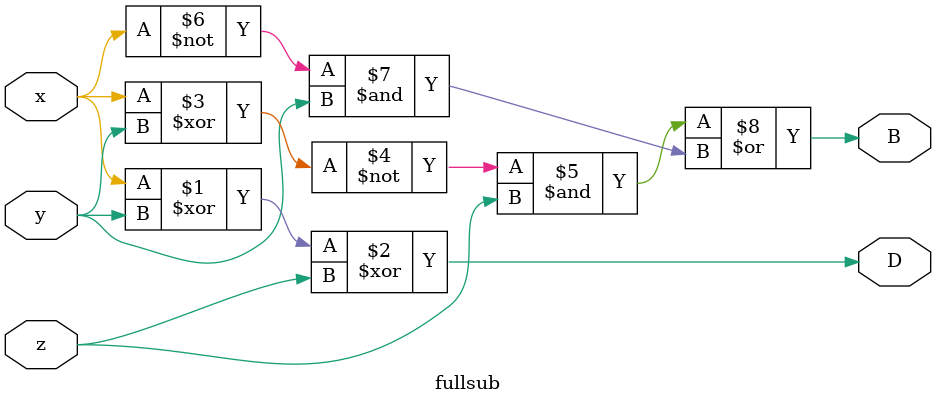
<source format=v>
module fullsub(
    input x,y,z,
    output D,B
    );
   assign D=x^y^z;
	assign B=((~(x^y))&z)|((~x)&y);

endmodule

</source>
